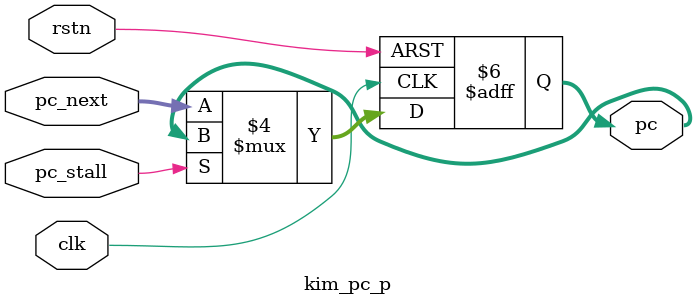
<source format=v>
module kim_pc_p
#(
    parameter PC_ADDR_WIDTH = 32
) 
(
    input wire                     clk,
    input wire                     rstn,
    input wire                     pc_stall, // about hazard detection
    input wire [PC_ADDR_WIDTH-1:0] pc_next,
    output reg [PC_ADDR_WIDTH-1:0] pc
);

//------------------------Instantiation------------------
always @(posedge clk or negedge rstn) begin
    if (!rstn) begin
        pc <= 0;
    end
    else if(pc_stall) begin
        pc <= pc; 
    end
    else begin
        pc <= pc_next;
    end    
end
    
endmodule
</source>
